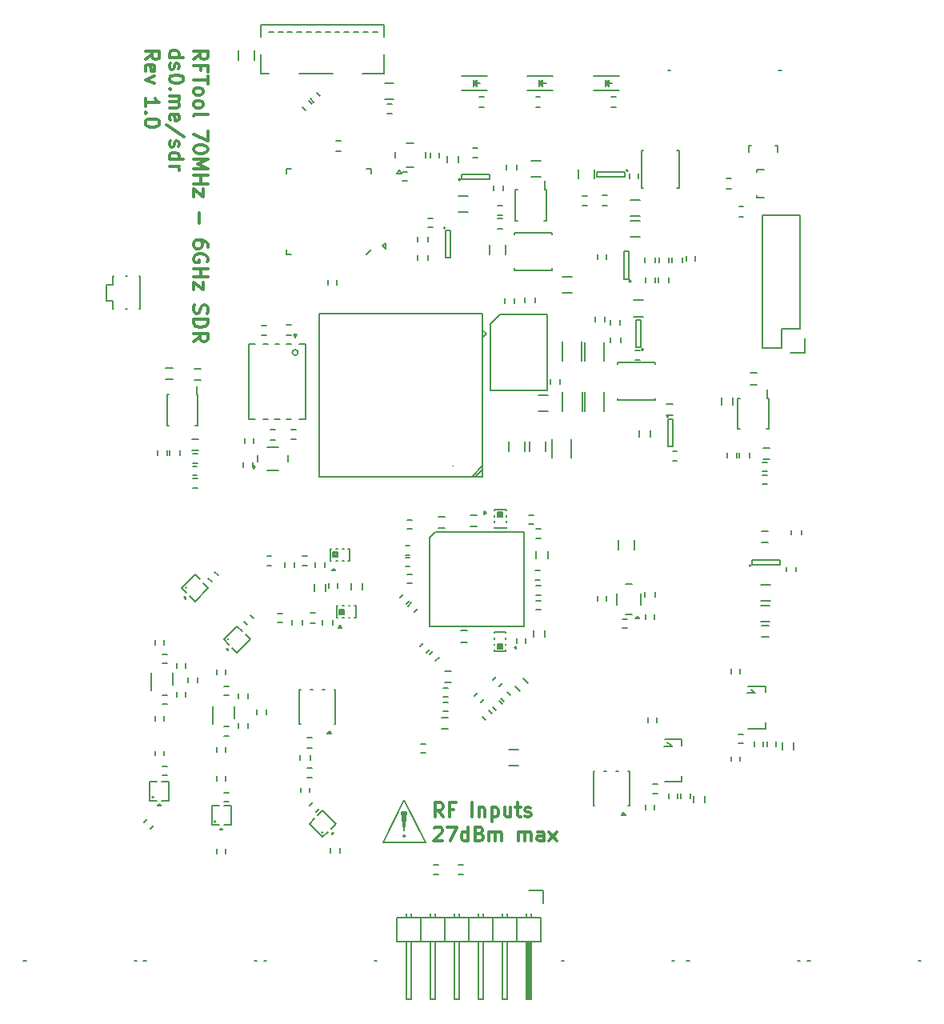
<source format=gto>
G04 #@! TF.FileFunction,Legend,Top*
%FSLAX46Y46*%
G04 Gerber Fmt 4.6, Leading zero omitted, Abs format (unit mm)*
G04 Created by KiCad (PCBNEW 4.0.4-stable) date Sun Nov  6 13:49:44 2016*
%MOMM*%
%LPD*%
G01*
G04 APERTURE LIST*
%ADD10C,0.100000*%
%ADD11C,0.200000*%
%ADD12C,0.300000*%
%ADD13C,0.150000*%
G04 APERTURE END LIST*
D10*
D11*
X67976903Y-130157233D02*
X67726902Y-130157233D01*
X67976903Y-130157233D02*
G75*
G03X67976903Y-130157233I-150000J0D01*
G01*
X67826903Y-128107233D02*
X67576903Y-127607233D01*
X68076903Y-127607233D02*
X67826903Y-128107233D01*
X68076903Y-127607233D02*
X67826903Y-129607232D01*
X67576903Y-127607233D02*
X68076903Y-127607233D01*
X67826903Y-129607232D02*
X67576903Y-127607233D01*
X67826903Y-127607233D02*
X67826903Y-129607232D01*
X67826903Y-126357233D02*
X70076904Y-130857233D01*
X65576903Y-130857233D02*
X67826903Y-126357233D01*
X70076904Y-130857233D02*
X65576903Y-130857233D01*
D12*
X71964286Y-128153571D02*
X71464286Y-127439286D01*
X71107143Y-128153571D02*
X71107143Y-126653571D01*
X71678571Y-126653571D01*
X71821429Y-126725000D01*
X71892857Y-126796429D01*
X71964286Y-126939286D01*
X71964286Y-127153571D01*
X71892857Y-127296429D01*
X71821429Y-127367857D01*
X71678571Y-127439286D01*
X71107143Y-127439286D01*
X73107143Y-127367857D02*
X72607143Y-127367857D01*
X72607143Y-128153571D02*
X72607143Y-126653571D01*
X73321429Y-126653571D01*
X75035714Y-128153571D02*
X75035714Y-126653571D01*
X75750000Y-127153571D02*
X75750000Y-128153571D01*
X75750000Y-127296429D02*
X75821428Y-127225000D01*
X75964286Y-127153571D01*
X76178571Y-127153571D01*
X76321428Y-127225000D01*
X76392857Y-127367857D01*
X76392857Y-128153571D01*
X77107143Y-127153571D02*
X77107143Y-128653571D01*
X77107143Y-127225000D02*
X77250000Y-127153571D01*
X77535714Y-127153571D01*
X77678571Y-127225000D01*
X77750000Y-127296429D01*
X77821429Y-127439286D01*
X77821429Y-127867857D01*
X77750000Y-128010714D01*
X77678571Y-128082143D01*
X77535714Y-128153571D01*
X77250000Y-128153571D01*
X77107143Y-128082143D01*
X79107143Y-127153571D02*
X79107143Y-128153571D01*
X78464286Y-127153571D02*
X78464286Y-127939286D01*
X78535714Y-128082143D01*
X78678572Y-128153571D01*
X78892857Y-128153571D01*
X79035714Y-128082143D01*
X79107143Y-128010714D01*
X79607143Y-127153571D02*
X80178572Y-127153571D01*
X79821429Y-126653571D02*
X79821429Y-127939286D01*
X79892857Y-128082143D01*
X80035715Y-128153571D01*
X80178572Y-128153571D01*
X80607143Y-128082143D02*
X80750000Y-128153571D01*
X81035715Y-128153571D01*
X81178572Y-128082143D01*
X81250000Y-127939286D01*
X81250000Y-127867857D01*
X81178572Y-127725000D01*
X81035715Y-127653571D01*
X80821429Y-127653571D01*
X80678572Y-127582143D01*
X80607143Y-127439286D01*
X80607143Y-127367857D01*
X80678572Y-127225000D01*
X80821429Y-127153571D01*
X81035715Y-127153571D01*
X81178572Y-127225000D01*
X71035714Y-129346429D02*
X71107143Y-129275000D01*
X71250000Y-129203571D01*
X71607143Y-129203571D01*
X71750000Y-129275000D01*
X71821429Y-129346429D01*
X71892857Y-129489286D01*
X71892857Y-129632143D01*
X71821429Y-129846429D01*
X70964286Y-130703571D01*
X71892857Y-130703571D01*
X72392857Y-129203571D02*
X73392857Y-129203571D01*
X72750000Y-130703571D01*
X74607142Y-130703571D02*
X74607142Y-129203571D01*
X74607142Y-130632143D02*
X74464285Y-130703571D01*
X74178571Y-130703571D01*
X74035713Y-130632143D01*
X73964285Y-130560714D01*
X73892856Y-130417857D01*
X73892856Y-129989286D01*
X73964285Y-129846429D01*
X74035713Y-129775000D01*
X74178571Y-129703571D01*
X74464285Y-129703571D01*
X74607142Y-129775000D01*
X75821428Y-129917857D02*
X76035714Y-129989286D01*
X76107142Y-130060714D01*
X76178571Y-130203571D01*
X76178571Y-130417857D01*
X76107142Y-130560714D01*
X76035714Y-130632143D01*
X75892856Y-130703571D01*
X75321428Y-130703571D01*
X75321428Y-129203571D01*
X75821428Y-129203571D01*
X75964285Y-129275000D01*
X76035714Y-129346429D01*
X76107142Y-129489286D01*
X76107142Y-129632143D01*
X76035714Y-129775000D01*
X75964285Y-129846429D01*
X75821428Y-129917857D01*
X75321428Y-129917857D01*
X76821428Y-130703571D02*
X76821428Y-129703571D01*
X76821428Y-129846429D02*
X76892856Y-129775000D01*
X77035714Y-129703571D01*
X77249999Y-129703571D01*
X77392856Y-129775000D01*
X77464285Y-129917857D01*
X77464285Y-130703571D01*
X77464285Y-129917857D02*
X77535714Y-129775000D01*
X77678571Y-129703571D01*
X77892856Y-129703571D01*
X78035714Y-129775000D01*
X78107142Y-129917857D01*
X78107142Y-130703571D01*
X79964285Y-130703571D02*
X79964285Y-129703571D01*
X79964285Y-129846429D02*
X80035713Y-129775000D01*
X80178571Y-129703571D01*
X80392856Y-129703571D01*
X80535713Y-129775000D01*
X80607142Y-129917857D01*
X80607142Y-130703571D01*
X80607142Y-129917857D02*
X80678571Y-129775000D01*
X80821428Y-129703571D01*
X81035713Y-129703571D01*
X81178571Y-129775000D01*
X81249999Y-129917857D01*
X81249999Y-130703571D01*
X82607142Y-130703571D02*
X82607142Y-129917857D01*
X82535713Y-129775000D01*
X82392856Y-129703571D01*
X82107142Y-129703571D01*
X81964285Y-129775000D01*
X82607142Y-130632143D02*
X82464285Y-130703571D01*
X82107142Y-130703571D01*
X81964285Y-130632143D01*
X81892856Y-130489286D01*
X81892856Y-130346429D01*
X81964285Y-130203571D01*
X82107142Y-130132143D01*
X82464285Y-130132143D01*
X82607142Y-130060714D01*
X83178571Y-130703571D02*
X83964285Y-129703571D01*
X83178571Y-129703571D02*
X83964285Y-130703571D01*
X45541429Y-47984286D02*
X46255714Y-47484286D01*
X45541429Y-47127143D02*
X47041429Y-47127143D01*
X47041429Y-47698571D01*
X46970000Y-47841429D01*
X46898571Y-47912857D01*
X46755714Y-47984286D01*
X46541429Y-47984286D01*
X46398571Y-47912857D01*
X46327143Y-47841429D01*
X46255714Y-47698571D01*
X46255714Y-47127143D01*
X46327143Y-49127143D02*
X46327143Y-48627143D01*
X45541429Y-48627143D02*
X47041429Y-48627143D01*
X47041429Y-49341429D01*
X47041429Y-49698571D02*
X47041429Y-50555714D01*
X45541429Y-50127143D02*
X47041429Y-50127143D01*
X45541429Y-51270000D02*
X45612857Y-51127142D01*
X45684286Y-51055714D01*
X45827143Y-50984285D01*
X46255714Y-50984285D01*
X46398571Y-51055714D01*
X46470000Y-51127142D01*
X46541429Y-51270000D01*
X46541429Y-51484285D01*
X46470000Y-51627142D01*
X46398571Y-51698571D01*
X46255714Y-51770000D01*
X45827143Y-51770000D01*
X45684286Y-51698571D01*
X45612857Y-51627142D01*
X45541429Y-51484285D01*
X45541429Y-51270000D01*
X45541429Y-52627143D02*
X45612857Y-52484285D01*
X45684286Y-52412857D01*
X45827143Y-52341428D01*
X46255714Y-52341428D01*
X46398571Y-52412857D01*
X46470000Y-52484285D01*
X46541429Y-52627143D01*
X46541429Y-52841428D01*
X46470000Y-52984285D01*
X46398571Y-53055714D01*
X46255714Y-53127143D01*
X45827143Y-53127143D01*
X45684286Y-53055714D01*
X45612857Y-52984285D01*
X45541429Y-52841428D01*
X45541429Y-52627143D01*
X45541429Y-53984286D02*
X45612857Y-53841428D01*
X45755714Y-53770000D01*
X47041429Y-53770000D01*
X47041429Y-55555714D02*
X47041429Y-56555714D01*
X45541429Y-55912857D01*
X47041429Y-57412856D02*
X47041429Y-57555713D01*
X46970000Y-57698570D01*
X46898571Y-57769999D01*
X46755714Y-57841428D01*
X46470000Y-57912856D01*
X46112857Y-57912856D01*
X45827143Y-57841428D01*
X45684286Y-57769999D01*
X45612857Y-57698570D01*
X45541429Y-57555713D01*
X45541429Y-57412856D01*
X45612857Y-57269999D01*
X45684286Y-57198570D01*
X45827143Y-57127142D01*
X46112857Y-57055713D01*
X46470000Y-57055713D01*
X46755714Y-57127142D01*
X46898571Y-57198570D01*
X46970000Y-57269999D01*
X47041429Y-57412856D01*
X45541429Y-58555713D02*
X47041429Y-58555713D01*
X45970000Y-59055713D01*
X47041429Y-59555713D01*
X45541429Y-59555713D01*
X45541429Y-60269999D02*
X47041429Y-60269999D01*
X46327143Y-60269999D02*
X46327143Y-61127142D01*
X45541429Y-61127142D02*
X47041429Y-61127142D01*
X46541429Y-61698571D02*
X46541429Y-62484285D01*
X45541429Y-61698571D01*
X45541429Y-62484285D01*
X46112857Y-64198571D02*
X46112857Y-65341428D01*
X47041429Y-67841428D02*
X47041429Y-67555714D01*
X46970000Y-67412857D01*
X46898571Y-67341428D01*
X46684286Y-67198571D01*
X46398571Y-67127142D01*
X45827143Y-67127142D01*
X45684286Y-67198571D01*
X45612857Y-67269999D01*
X45541429Y-67412857D01*
X45541429Y-67698571D01*
X45612857Y-67841428D01*
X45684286Y-67912857D01*
X45827143Y-67984285D01*
X46184286Y-67984285D01*
X46327143Y-67912857D01*
X46398571Y-67841428D01*
X46470000Y-67698571D01*
X46470000Y-67412857D01*
X46398571Y-67269999D01*
X46327143Y-67198571D01*
X46184286Y-67127142D01*
X46970000Y-69412856D02*
X47041429Y-69269999D01*
X47041429Y-69055713D01*
X46970000Y-68841428D01*
X46827143Y-68698570D01*
X46684286Y-68627142D01*
X46398571Y-68555713D01*
X46184286Y-68555713D01*
X45898571Y-68627142D01*
X45755714Y-68698570D01*
X45612857Y-68841428D01*
X45541429Y-69055713D01*
X45541429Y-69198570D01*
X45612857Y-69412856D01*
X45684286Y-69484285D01*
X46184286Y-69484285D01*
X46184286Y-69198570D01*
X45541429Y-70127142D02*
X47041429Y-70127142D01*
X46327143Y-70127142D02*
X46327143Y-70984285D01*
X45541429Y-70984285D02*
X47041429Y-70984285D01*
X46541429Y-71555714D02*
X46541429Y-72341428D01*
X45541429Y-71555714D01*
X45541429Y-72341428D01*
X45612857Y-73984285D02*
X45541429Y-74198571D01*
X45541429Y-74555714D01*
X45612857Y-74698571D01*
X45684286Y-74770000D01*
X45827143Y-74841428D01*
X45970000Y-74841428D01*
X46112857Y-74770000D01*
X46184286Y-74698571D01*
X46255714Y-74555714D01*
X46327143Y-74270000D01*
X46398571Y-74127142D01*
X46470000Y-74055714D01*
X46612857Y-73984285D01*
X46755714Y-73984285D01*
X46898571Y-74055714D01*
X46970000Y-74127142D01*
X47041429Y-74270000D01*
X47041429Y-74627142D01*
X46970000Y-74841428D01*
X45541429Y-75484285D02*
X47041429Y-75484285D01*
X47041429Y-75841428D01*
X46970000Y-76055713D01*
X46827143Y-76198571D01*
X46684286Y-76269999D01*
X46398571Y-76341428D01*
X46184286Y-76341428D01*
X45898571Y-76269999D01*
X45755714Y-76198571D01*
X45612857Y-76055713D01*
X45541429Y-75841428D01*
X45541429Y-75484285D01*
X45541429Y-77841428D02*
X46255714Y-77341428D01*
X45541429Y-76984285D02*
X47041429Y-76984285D01*
X47041429Y-77555713D01*
X46970000Y-77698571D01*
X46898571Y-77769999D01*
X46755714Y-77841428D01*
X46541429Y-77841428D01*
X46398571Y-77769999D01*
X46327143Y-77698571D01*
X46255714Y-77555713D01*
X46255714Y-76984285D01*
X42991429Y-47770000D02*
X44491429Y-47770000D01*
X43062857Y-47770000D02*
X42991429Y-47627143D01*
X42991429Y-47341429D01*
X43062857Y-47198571D01*
X43134286Y-47127143D01*
X43277143Y-47055714D01*
X43705714Y-47055714D01*
X43848571Y-47127143D01*
X43920000Y-47198571D01*
X43991429Y-47341429D01*
X43991429Y-47627143D01*
X43920000Y-47770000D01*
X43062857Y-48412857D02*
X42991429Y-48555714D01*
X42991429Y-48841429D01*
X43062857Y-48984286D01*
X43205714Y-49055714D01*
X43277143Y-49055714D01*
X43420000Y-48984286D01*
X43491429Y-48841429D01*
X43491429Y-48627143D01*
X43562857Y-48484286D01*
X43705714Y-48412857D01*
X43777143Y-48412857D01*
X43920000Y-48484286D01*
X43991429Y-48627143D01*
X43991429Y-48841429D01*
X43920000Y-48984286D01*
X44491429Y-49984286D02*
X44491429Y-50127143D01*
X44420000Y-50270000D01*
X44348571Y-50341429D01*
X44205714Y-50412858D01*
X43920000Y-50484286D01*
X43562857Y-50484286D01*
X43277143Y-50412858D01*
X43134286Y-50341429D01*
X43062857Y-50270000D01*
X42991429Y-50127143D01*
X42991429Y-49984286D01*
X43062857Y-49841429D01*
X43134286Y-49770000D01*
X43277143Y-49698572D01*
X43562857Y-49627143D01*
X43920000Y-49627143D01*
X44205714Y-49698572D01*
X44348571Y-49770000D01*
X44420000Y-49841429D01*
X44491429Y-49984286D01*
X43134286Y-51127143D02*
X43062857Y-51198571D01*
X42991429Y-51127143D01*
X43062857Y-51055714D01*
X43134286Y-51127143D01*
X42991429Y-51127143D01*
X42991429Y-51841429D02*
X43991429Y-51841429D01*
X43848571Y-51841429D02*
X43920000Y-51912857D01*
X43991429Y-52055715D01*
X43991429Y-52270000D01*
X43920000Y-52412857D01*
X43777143Y-52484286D01*
X42991429Y-52484286D01*
X43777143Y-52484286D02*
X43920000Y-52555715D01*
X43991429Y-52698572D01*
X43991429Y-52912857D01*
X43920000Y-53055715D01*
X43777143Y-53127143D01*
X42991429Y-53127143D01*
X43062857Y-54412857D02*
X42991429Y-54270000D01*
X42991429Y-53984286D01*
X43062857Y-53841429D01*
X43205714Y-53770000D01*
X43777143Y-53770000D01*
X43920000Y-53841429D01*
X43991429Y-53984286D01*
X43991429Y-54270000D01*
X43920000Y-54412857D01*
X43777143Y-54484286D01*
X43634286Y-54484286D01*
X43491429Y-53770000D01*
X44562857Y-56198571D02*
X42634286Y-54912857D01*
X43062857Y-56627143D02*
X42991429Y-56770000D01*
X42991429Y-57055715D01*
X43062857Y-57198572D01*
X43205714Y-57270000D01*
X43277143Y-57270000D01*
X43420000Y-57198572D01*
X43491429Y-57055715D01*
X43491429Y-56841429D01*
X43562857Y-56698572D01*
X43705714Y-56627143D01*
X43777143Y-56627143D01*
X43920000Y-56698572D01*
X43991429Y-56841429D01*
X43991429Y-57055715D01*
X43920000Y-57198572D01*
X42991429Y-58555715D02*
X44491429Y-58555715D01*
X43062857Y-58555715D02*
X42991429Y-58412858D01*
X42991429Y-58127144D01*
X43062857Y-57984286D01*
X43134286Y-57912858D01*
X43277143Y-57841429D01*
X43705714Y-57841429D01*
X43848571Y-57912858D01*
X43920000Y-57984286D01*
X43991429Y-58127144D01*
X43991429Y-58412858D01*
X43920000Y-58555715D01*
X42991429Y-59270001D02*
X43991429Y-59270001D01*
X43705714Y-59270001D02*
X43848571Y-59341429D01*
X43920000Y-59412858D01*
X43991429Y-59555715D01*
X43991429Y-59698572D01*
X40441429Y-47984286D02*
X41155714Y-47484286D01*
X40441429Y-47127143D02*
X41941429Y-47127143D01*
X41941429Y-47698571D01*
X41870000Y-47841429D01*
X41798571Y-47912857D01*
X41655714Y-47984286D01*
X41441429Y-47984286D01*
X41298571Y-47912857D01*
X41227143Y-47841429D01*
X41155714Y-47698571D01*
X41155714Y-47127143D01*
X40512857Y-49198571D02*
X40441429Y-49055714D01*
X40441429Y-48770000D01*
X40512857Y-48627143D01*
X40655714Y-48555714D01*
X41227143Y-48555714D01*
X41370000Y-48627143D01*
X41441429Y-48770000D01*
X41441429Y-49055714D01*
X41370000Y-49198571D01*
X41227143Y-49270000D01*
X41084286Y-49270000D01*
X40941429Y-48555714D01*
X41441429Y-49770000D02*
X40441429Y-50127143D01*
X41441429Y-50484285D01*
X40441429Y-52984285D02*
X40441429Y-52127142D01*
X40441429Y-52555714D02*
X41941429Y-52555714D01*
X41727143Y-52412857D01*
X41584286Y-52269999D01*
X41512857Y-52127142D01*
X40584286Y-53627142D02*
X40512857Y-53698570D01*
X40441429Y-53627142D01*
X40512857Y-53555713D01*
X40584286Y-53627142D01*
X40441429Y-53627142D01*
X41941429Y-54627142D02*
X41941429Y-54769999D01*
X41870000Y-54912856D01*
X41798571Y-54984285D01*
X41655714Y-55055714D01*
X41370000Y-55127142D01*
X41012857Y-55127142D01*
X40727143Y-55055714D01*
X40584286Y-54984285D01*
X40512857Y-54912856D01*
X40441429Y-54769999D01*
X40441429Y-54627142D01*
X40512857Y-54484285D01*
X40584286Y-54412856D01*
X40727143Y-54341428D01*
X41012857Y-54269999D01*
X41370000Y-54269999D01*
X41655714Y-54341428D01*
X41798571Y-54412856D01*
X41870000Y-54484285D01*
X41941429Y-54627142D01*
D13*
X107129160Y-57109760D02*
X107080900Y-57109760D01*
X104330180Y-57810800D02*
X104330180Y-57109760D01*
X104330180Y-57109760D02*
X104579100Y-57109760D01*
X107129160Y-57109760D02*
X107329820Y-57109760D01*
X107329820Y-57109760D02*
X107329820Y-57810800D01*
X58189810Y-126618439D02*
X57836257Y-126971992D01*
X58508008Y-127643743D02*
X58861561Y-127290190D01*
X45360000Y-88150000D02*
X46060000Y-88150000D01*
X46060000Y-89350000D02*
X45360000Y-89350000D01*
X71100000Y-98000000D02*
X70500000Y-98600000D01*
X70500000Y-98600000D02*
X70500000Y-108000000D01*
X70500000Y-108000000D02*
X80500000Y-108000000D01*
X80500000Y-108000000D02*
X80500000Y-98000000D01*
X80500000Y-98000000D02*
X71100000Y-98000000D01*
X80675000Y-109750000D02*
X80675000Y-109250000D01*
X79725000Y-109250000D02*
X79725000Y-109750000D01*
X59540000Y-103540000D02*
X59540000Y-104240000D01*
X58340000Y-104240000D02*
X58340000Y-103540000D01*
X95699340Y-120300080D02*
X95999060Y-120549000D01*
X95999060Y-120549000D02*
X96148920Y-120650600D01*
X96148920Y-120650600D02*
X95300560Y-120650600D01*
X97200480Y-119949560D02*
X95399620Y-119949560D01*
X97200480Y-119949560D02*
X97200480Y-120599800D01*
X97200480Y-124450440D02*
X95399620Y-124450440D01*
X97200480Y-124450440D02*
X97200480Y-123800200D01*
X45960000Y-89735000D02*
X45460000Y-89735000D01*
X45460000Y-90685000D02*
X45960000Y-90685000D01*
X96035000Y-49150000D02*
X95781000Y-49150000D01*
X107465000Y-49150000D02*
X107782500Y-49150000D01*
X109465000Y-143350000D02*
X109719000Y-143350000D01*
X98035000Y-143350000D02*
X97717500Y-143350000D01*
X39265000Y-143350000D02*
X39519000Y-143350000D01*
X27835000Y-143350000D02*
X27517500Y-143350000D01*
X54000000Y-45050000D02*
X53500000Y-45050000D01*
X55000000Y-45050000D02*
X54500000Y-45050000D01*
X56000000Y-45050000D02*
X55500000Y-45050000D01*
X57000000Y-45050000D02*
X56500000Y-45050000D01*
X58000000Y-45050000D02*
X57500000Y-45050000D01*
X59000000Y-45050000D02*
X58500000Y-45050000D01*
X60000000Y-45050000D02*
X59500000Y-45050000D01*
X61000000Y-45050000D02*
X60500000Y-45050000D01*
X62000000Y-45050000D02*
X61500000Y-45050000D01*
X63000000Y-45050000D02*
X62500000Y-45050000D01*
X64000000Y-45050000D02*
X63500000Y-45050000D01*
X65000000Y-45050000D02*
X64500000Y-45050000D01*
X65675000Y-49500000D02*
X65675000Y-47450000D01*
X63450000Y-49500000D02*
X65675000Y-49500000D01*
X56750000Y-49500000D02*
X60250000Y-49500000D01*
X52675000Y-47450000D02*
X52675000Y-49500000D01*
X52675000Y-49500000D02*
X53550000Y-49500000D01*
X65675000Y-45500000D02*
X65675000Y-45550000D01*
X52675000Y-44350000D02*
X52675000Y-45550000D01*
X65675000Y-45050000D02*
X65675000Y-44350000D01*
X65675000Y-44350000D02*
X52725000Y-44350000D01*
X52725000Y-44350000D02*
X52675000Y-44350000D01*
X65675000Y-45050000D02*
X65675000Y-45500000D01*
X85515000Y-90160000D02*
X85515000Y-88160000D01*
X83465000Y-88160000D02*
X83465000Y-90160000D01*
X82550000Y-135950000D02*
X81000000Y-135950000D01*
X82550000Y-137250000D02*
X82550000Y-135950000D01*
X81127000Y-141441000D02*
X81127000Y-147283000D01*
X81127000Y-147283000D02*
X80873000Y-147283000D01*
X80873000Y-147283000D02*
X80873000Y-141441000D01*
X80873000Y-141441000D02*
X81000000Y-141441000D01*
X81000000Y-141441000D02*
X81000000Y-147283000D01*
X81254000Y-138774000D02*
X81254000Y-138393000D01*
X80746000Y-138774000D02*
X80746000Y-138393000D01*
X78714000Y-138774000D02*
X78714000Y-138393000D01*
X78206000Y-138774000D02*
X78206000Y-138393000D01*
X76174000Y-138774000D02*
X76174000Y-138393000D01*
X75666000Y-138774000D02*
X75666000Y-138393000D01*
X68046000Y-138774000D02*
X68046000Y-138393000D01*
X68554000Y-138774000D02*
X68554000Y-138393000D01*
X70586000Y-138774000D02*
X70586000Y-138393000D01*
X71094000Y-138774000D02*
X71094000Y-138393000D01*
X73126000Y-138774000D02*
X73126000Y-138393000D01*
X73634000Y-138774000D02*
X73634000Y-138393000D01*
X82270000Y-138774000D02*
X82270000Y-141314000D01*
X79730000Y-138774000D02*
X79730000Y-141314000D01*
X79730000Y-138774000D02*
X77190000Y-138774000D01*
X77190000Y-138774000D02*
X77190000Y-141314000D01*
X78714000Y-141314000D02*
X78714000Y-147410000D01*
X78714000Y-147410000D02*
X78206000Y-147410000D01*
X78206000Y-147410000D02*
X78206000Y-141314000D01*
X77190000Y-141314000D02*
X79730000Y-141314000D01*
X79730000Y-141314000D02*
X82270000Y-141314000D01*
X80746000Y-147410000D02*
X80746000Y-141314000D01*
X81254000Y-147410000D02*
X80746000Y-147410000D01*
X81254000Y-141314000D02*
X81254000Y-147410000D01*
X79730000Y-138774000D02*
X79730000Y-141314000D01*
X82270000Y-138774000D02*
X79730000Y-138774000D01*
X72110000Y-138774000D02*
X72110000Y-141314000D01*
X72110000Y-138774000D02*
X69570000Y-138774000D01*
X69570000Y-138774000D02*
X69570000Y-141314000D01*
X71094000Y-141314000D02*
X71094000Y-147410000D01*
X71094000Y-147410000D02*
X70586000Y-147410000D01*
X70586000Y-147410000D02*
X70586000Y-141314000D01*
X69570000Y-141314000D02*
X72110000Y-141314000D01*
X67030000Y-141314000D02*
X69570000Y-141314000D01*
X68046000Y-147410000D02*
X68046000Y-141314000D01*
X68554000Y-147410000D02*
X68046000Y-147410000D01*
X68554000Y-141314000D02*
X68554000Y-147410000D01*
X67030000Y-138774000D02*
X67030000Y-141314000D01*
X69570000Y-138774000D02*
X67030000Y-138774000D01*
X69570000Y-138774000D02*
X69570000Y-141314000D01*
X74650000Y-138774000D02*
X74650000Y-141314000D01*
X74650000Y-138774000D02*
X72110000Y-138774000D01*
X72110000Y-138774000D02*
X72110000Y-141314000D01*
X73634000Y-141314000D02*
X73634000Y-147410000D01*
X73634000Y-147410000D02*
X73126000Y-147410000D01*
X73126000Y-147410000D02*
X73126000Y-141314000D01*
X72110000Y-141314000D02*
X74650000Y-141314000D01*
X74650000Y-141314000D02*
X77190000Y-141314000D01*
X75666000Y-147410000D02*
X75666000Y-141314000D01*
X76174000Y-147410000D02*
X75666000Y-147410000D01*
X76174000Y-141314000D02*
X76174000Y-147410000D01*
X74650000Y-138774000D02*
X74650000Y-141314000D01*
X77190000Y-138774000D02*
X74650000Y-138774000D01*
X77190000Y-138774000D02*
X77190000Y-141314000D01*
X60055000Y-131470000D02*
X60055000Y-131970000D01*
X61005000Y-131970000D02*
X61005000Y-131470000D01*
X48965000Y-132020000D02*
X48965000Y-131520000D01*
X48015000Y-131520000D02*
X48015000Y-132020000D01*
X94300000Y-127400000D02*
X94300000Y-126900000D01*
X93350000Y-126900000D02*
X93350000Y-127400000D01*
X96800000Y-126200000D02*
X96800000Y-125700000D01*
X95850000Y-125700000D02*
X95850000Y-126200000D01*
X98100000Y-126200000D02*
X98100000Y-125700000D01*
X97150000Y-125700000D02*
X97150000Y-126200000D01*
X48975000Y-124320000D02*
X48975000Y-123820000D01*
X48025000Y-123820000D02*
X48025000Y-124320000D01*
X57825000Y-125550000D02*
X57825000Y-125050000D01*
X56875000Y-125050000D02*
X56875000Y-125550000D01*
X99650000Y-125900000D02*
X99650000Y-126600000D01*
X98450000Y-126600000D02*
X98450000Y-125900000D01*
X94575000Y-118150000D02*
X94575000Y-117650000D01*
X93625000Y-117650000D02*
X93625000Y-118150000D01*
X50325000Y-118270000D02*
X50325000Y-118770000D01*
X51275000Y-118770000D02*
X51275000Y-118270000D01*
X78212652Y-116190901D02*
X77859099Y-115837348D01*
X77187348Y-116509099D02*
X77540901Y-116862652D01*
X79062652Y-115290901D02*
X78709099Y-114937348D01*
X78037348Y-115609099D02*
X78390901Y-115962652D01*
X71970000Y-116945000D02*
X72470000Y-116945000D01*
X72470000Y-115995000D02*
X71970000Y-115995000D01*
X79950000Y-121050000D02*
X78950000Y-121050000D01*
X78950000Y-122750000D02*
X79950000Y-122750000D01*
X80476777Y-113528249D02*
X80971751Y-114023223D01*
X80123223Y-114871751D02*
X79628249Y-114376777D01*
X72470000Y-118800000D02*
X71770000Y-118800000D01*
X71770000Y-117600000D02*
X72470000Y-117600000D01*
X51275000Y-115620000D02*
X51275000Y-115120000D01*
X50325000Y-115120000D02*
X50325000Y-115620000D01*
X70209099Y-110812652D02*
X70562652Y-110459099D01*
X69890901Y-109787348D02*
X69537348Y-110140901D01*
X71159099Y-111662652D02*
X71512652Y-111309099D01*
X70840901Y-110637348D02*
X70487348Y-110990901D01*
X77112652Y-117240901D02*
X76759099Y-116887348D01*
X76087348Y-117559099D02*
X76440901Y-117912652D01*
X48025000Y-112570000D02*
X48025000Y-113070000D01*
X48975000Y-113070000D02*
X48975000Y-112570000D01*
X54450000Y-107575000D02*
X54950000Y-107575000D01*
X54950000Y-106625000D02*
X54450000Y-106625000D01*
X68070190Y-105651561D02*
X68423743Y-105298008D01*
X67751992Y-104626257D02*
X67398439Y-104979810D01*
X68920190Y-106501561D02*
X69273743Y-106148008D01*
X68601992Y-105476257D02*
X68248439Y-105829810D01*
X81320000Y-60380000D02*
X82320000Y-60380000D01*
X82320000Y-58680000D02*
X81320000Y-58680000D01*
X87960000Y-60600000D02*
X87960000Y-59600000D01*
X86260000Y-59600000D02*
X86260000Y-60600000D01*
X73550000Y-58210000D02*
X73550000Y-58910000D01*
X72350000Y-58910000D02*
X72350000Y-58210000D01*
X91685000Y-60050000D02*
X91685000Y-60550000D01*
X92635000Y-60550000D02*
X92635000Y-60050000D01*
X92810000Y-78805000D02*
X92310000Y-78805000D01*
X92310000Y-79755000D02*
X92810000Y-79755000D01*
X74610000Y-62470000D02*
X73610000Y-62470000D01*
X73610000Y-64170000D02*
X74610000Y-64170000D01*
X78600000Y-68640000D02*
X78600000Y-67640000D01*
X76900000Y-67640000D02*
X76900000Y-68640000D01*
X91770000Y-64540000D02*
X92770000Y-64540000D01*
X92770000Y-62840000D02*
X91770000Y-62840000D01*
X84605000Y-77880000D02*
X84605000Y-79880000D01*
X86655000Y-79880000D02*
X86655000Y-77880000D01*
X91810000Y-66720000D02*
X92810000Y-66720000D01*
X92810000Y-65020000D02*
X91810000Y-65020000D01*
X86945000Y-77890000D02*
X86945000Y-79890000D01*
X88995000Y-79890000D02*
X88995000Y-77890000D01*
X92710000Y-87930000D02*
X92710000Y-87230000D01*
X93910000Y-87230000D02*
X93910000Y-87930000D01*
X46300000Y-81890000D02*
X45600000Y-81890000D01*
X45600000Y-80690000D02*
X46300000Y-80690000D01*
X105170000Y-82380000D02*
X104470000Y-82380000D01*
X104470000Y-81180000D02*
X105170000Y-81180000D01*
X102660000Y-83810000D02*
X102660000Y-84510000D01*
X101460000Y-84510000D02*
X101460000Y-83810000D01*
X42610000Y-80660000D02*
X43310000Y-80660000D01*
X43310000Y-81860000D02*
X42610000Y-81860000D01*
X96230000Y-90425000D02*
X96730000Y-90425000D01*
X96730000Y-89475000D02*
X96230000Y-89475000D01*
X96280000Y-85630000D02*
X95580000Y-85630000D01*
X95580000Y-84430000D02*
X96280000Y-84430000D01*
X70400000Y-65765000D02*
X70900000Y-65765000D01*
X70900000Y-64815000D02*
X70400000Y-64815000D01*
X105840000Y-89070000D02*
X106540000Y-89070000D01*
X106540000Y-90270000D02*
X105840000Y-90270000D01*
X45930000Y-91055000D02*
X45430000Y-91055000D01*
X45430000Y-92005000D02*
X45930000Y-92005000D01*
X106240000Y-90625000D02*
X105740000Y-90625000D01*
X105740000Y-91575000D02*
X106240000Y-91575000D01*
X45940000Y-92355000D02*
X45440000Y-92355000D01*
X45440000Y-93305000D02*
X45940000Y-93305000D01*
X106240000Y-92005000D02*
X105740000Y-92005000D01*
X105740000Y-92955000D02*
X106240000Y-92955000D01*
X106550000Y-105780000D02*
X105550000Y-105780000D01*
X105550000Y-107480000D02*
X106550000Y-107480000D01*
X71990000Y-115445000D02*
X72490000Y-115445000D01*
X72490000Y-114495000D02*
X71990000Y-114495000D01*
X106610000Y-103590000D02*
X105610000Y-103590000D01*
X105610000Y-105290000D02*
X106610000Y-105290000D01*
X60775000Y-103920000D02*
X60775000Y-103420000D01*
X59825000Y-103420000D02*
X59825000Y-103920000D01*
X68150000Y-97685000D02*
X68650000Y-97685000D01*
X68650000Y-96735000D02*
X68150000Y-96735000D01*
X105700000Y-107880000D02*
X106400000Y-107880000D01*
X106400000Y-109080000D02*
X105700000Y-109080000D01*
X91450000Y-107245000D02*
X90950000Y-107245000D01*
X90950000Y-108195000D02*
X91450000Y-108195000D01*
X94335000Y-107190000D02*
X94335000Y-106690000D01*
X93385000Y-106690000D02*
X93385000Y-107190000D01*
X88305000Y-104780000D02*
X88305000Y-105280000D01*
X89255000Y-105280000D02*
X89255000Y-104780000D01*
X63450000Y-103430000D02*
X63450000Y-104130000D01*
X62250000Y-104130000D02*
X62250000Y-103430000D01*
X73840000Y-108450000D02*
X74540000Y-108450000D01*
X74540000Y-109650000D02*
X73840000Y-109650000D01*
X82270000Y-105245000D02*
X81770000Y-105245000D01*
X81770000Y-106195000D02*
X82270000Y-106195000D01*
X82260000Y-103705000D02*
X81760000Y-103705000D01*
X81760000Y-104655000D02*
X82260000Y-104655000D01*
X83020000Y-100050000D02*
X83020000Y-100750000D01*
X81820000Y-100750000D02*
X81820000Y-100050000D01*
X68200000Y-103425000D02*
X68700000Y-103425000D01*
X68700000Y-102475000D02*
X68200000Y-102475000D01*
X81560000Y-96215000D02*
X81060000Y-96215000D01*
X81060000Y-97165000D02*
X81560000Y-97165000D01*
X72160000Y-97570000D02*
X71460000Y-97570000D01*
X71460000Y-96370000D02*
X72160000Y-96370000D01*
X75510000Y-97420000D02*
X74810000Y-97420000D01*
X74810000Y-96220000D02*
X75510000Y-96220000D01*
X82220000Y-102095000D02*
X81720000Y-102095000D01*
X81720000Y-103045000D02*
X82220000Y-103045000D01*
X66570000Y-52725000D02*
X66070000Y-52725000D01*
X66070000Y-53675000D02*
X66570000Y-53675000D01*
X57076257Y-52998008D02*
X57429810Y-53351561D01*
X58101561Y-52679810D02*
X57748008Y-52326257D01*
X68180000Y-59885000D02*
X67680000Y-59885000D01*
X67680000Y-60835000D02*
X68180000Y-60835000D01*
X57926257Y-52148008D02*
X58279810Y-52501561D01*
X58951561Y-51829810D02*
X58598008Y-51476257D01*
X60745000Y-71820000D02*
X60745000Y-71320000D01*
X59795000Y-71320000D02*
X59795000Y-71820000D01*
X71545000Y-58370000D02*
X71545000Y-57870000D01*
X70595000Y-57870000D02*
X70595000Y-58370000D01*
X51895000Y-88600000D02*
X51895000Y-88100000D01*
X50945000Y-88100000D02*
X50945000Y-88600000D01*
X85570000Y-70960000D02*
X84570000Y-70960000D01*
X84570000Y-72660000D02*
X85570000Y-72660000D01*
X88965000Y-85200000D02*
X88965000Y-83200000D01*
X86915000Y-83200000D02*
X86915000Y-85200000D01*
X86665000Y-85200000D02*
X86665000Y-83200000D01*
X84615000Y-83200000D02*
X84615000Y-85200000D01*
X82040000Y-85220000D02*
X83040000Y-85220000D01*
X83040000Y-83520000D02*
X82040000Y-83520000D01*
X82820000Y-89450000D02*
X82820000Y-88450000D01*
X81120000Y-88450000D02*
X81120000Y-89450000D01*
X80630000Y-89450000D02*
X80630000Y-88450000D01*
X78930000Y-88450000D02*
X78930000Y-89450000D01*
X97695000Y-68760000D02*
X97695000Y-69260000D01*
X98645000Y-69260000D02*
X98645000Y-68760000D01*
X88275000Y-68590000D02*
X88275000Y-69090000D01*
X89225000Y-69090000D02*
X89225000Y-68590000D01*
X73900000Y-51250000D02*
X76600000Y-51250000D01*
X73900000Y-49750000D02*
X76600000Y-49750000D01*
X75400000Y-50650000D02*
X75400000Y-50400000D01*
X75400000Y-50400000D02*
X75250000Y-50550000D01*
X75150000Y-50150000D02*
X75150000Y-50850000D01*
X75500000Y-50500000D02*
X75850000Y-50500000D01*
X75150000Y-50500000D02*
X75500000Y-50150000D01*
X75500000Y-50150000D02*
X75500000Y-50850000D01*
X75500000Y-50850000D02*
X75150000Y-50500000D01*
X80900000Y-51250000D02*
X83600000Y-51250000D01*
X80900000Y-49750000D02*
X83600000Y-49750000D01*
X82400000Y-50650000D02*
X82400000Y-50400000D01*
X82400000Y-50400000D02*
X82250000Y-50550000D01*
X82150000Y-50150000D02*
X82150000Y-50850000D01*
X82500000Y-50500000D02*
X82850000Y-50500000D01*
X82150000Y-50500000D02*
X82500000Y-50150000D01*
X82500000Y-50150000D02*
X82500000Y-50850000D01*
X82500000Y-50850000D02*
X82150000Y-50500000D01*
X87900000Y-51250000D02*
X90600000Y-51250000D01*
X87900000Y-49750000D02*
X90600000Y-49750000D01*
X89400000Y-50650000D02*
X89400000Y-50400000D01*
X89400000Y-50400000D02*
X89250000Y-50550000D01*
X89150000Y-50150000D02*
X89150000Y-50850000D01*
X89500000Y-50500000D02*
X89850000Y-50500000D01*
X89150000Y-50500000D02*
X89500000Y-50150000D01*
X89500000Y-50150000D02*
X89500000Y-50850000D01*
X89500000Y-50850000D02*
X89150000Y-50500000D01*
X47860711Y-128640000D02*
G75*
G03X47860711Y-128640000I-70711J0D01*
G01*
X48490000Y-129340000D02*
X48340000Y-129490000D01*
X48340000Y-129490000D02*
X48640000Y-129490000D01*
X48640000Y-129490000D02*
X48490000Y-129340000D01*
X48740000Y-126990000D02*
X49490000Y-126990000D01*
X49490000Y-126990000D02*
X49490000Y-128990000D01*
X49490000Y-128990000D02*
X48740000Y-128990000D01*
X48240000Y-128990000D02*
X47490000Y-128990000D01*
X47490000Y-128990000D02*
X47490000Y-126990000D01*
X47490000Y-126990000D02*
X48240000Y-126990000D01*
X59245356Y-129814594D02*
G75*
G03X59245356Y-129814594I-70711J0D01*
G01*
X60164594Y-129814594D02*
X60164594Y-130026726D01*
X60164594Y-130026726D02*
X60376726Y-129814594D01*
X60376726Y-129814594D02*
X60164594Y-129814594D01*
X58679670Y-127976117D02*
X59210000Y-127445786D01*
X59210000Y-127445786D02*
X60624214Y-128860000D01*
X60624214Y-128860000D02*
X60093883Y-129390330D01*
X59740330Y-129743883D02*
X59210000Y-130274214D01*
X59210000Y-130274214D02*
X57795786Y-128860000D01*
X57795786Y-128860000D02*
X58326117Y-128329670D01*
X49266117Y-109344645D02*
G75*
G03X49266117Y-109344645I-70711J0D01*
G01*
X49195406Y-110334594D02*
X48983274Y-110334594D01*
X48983274Y-110334594D02*
X49195406Y-110546726D01*
X49195406Y-110546726D02*
X49195406Y-110334594D01*
X51033883Y-108849670D02*
X51564214Y-109380000D01*
X51564214Y-109380000D02*
X50150000Y-110794214D01*
X50150000Y-110794214D02*
X49619670Y-110263883D01*
X49266117Y-109910330D02*
X48735786Y-109380000D01*
X48735786Y-109380000D02*
X50150000Y-107965786D01*
X50150000Y-107965786D02*
X50680330Y-108496117D01*
X94675000Y-124700000D02*
X94175000Y-124700000D01*
X94175000Y-125650000D02*
X94675000Y-125650000D01*
X49290000Y-125585000D02*
X48790000Y-125585000D01*
X48790000Y-126535000D02*
X49290000Y-126535000D01*
X48025000Y-120800000D02*
X48025000Y-121300000D01*
X48975000Y-121300000D02*
X48975000Y-120800000D01*
X49300000Y-118595000D02*
X48800000Y-118595000D01*
X48800000Y-119545000D02*
X49300000Y-119545000D01*
X77859099Y-114312652D02*
X78212652Y-113959099D01*
X77540901Y-113287348D02*
X77187348Y-113640901D01*
X75640901Y-114987348D02*
X75287348Y-115340901D01*
X75959099Y-116012652D02*
X76312652Y-115659099D01*
X48800000Y-115295000D02*
X49300000Y-115295000D01*
X49300000Y-114345000D02*
X48800000Y-114345000D01*
X50887348Y-107459099D02*
X51240901Y-107812652D01*
X51912652Y-107140901D02*
X51559099Y-106787348D01*
X79520000Y-66490000D02*
X79520000Y-66290000D01*
X79520000Y-66290000D02*
X83520000Y-66290000D01*
X83520000Y-66290000D02*
X83520000Y-66490000D01*
X79520000Y-70290000D02*
X79520000Y-70090000D01*
X79520000Y-70290000D02*
X83520000Y-70290000D01*
X83520000Y-70290000D02*
X83520000Y-70090000D01*
X93130000Y-61600000D02*
X92930000Y-61600000D01*
X92930000Y-61600000D02*
X92930000Y-57600000D01*
X92930000Y-57600000D02*
X93130000Y-57600000D01*
X96930000Y-61600000D02*
X96730000Y-61600000D01*
X96930000Y-61600000D02*
X96930000Y-57600000D01*
X96930000Y-57600000D02*
X96730000Y-57600000D01*
X90420000Y-80250000D02*
X90420000Y-80050000D01*
X90420000Y-80050000D02*
X94420000Y-80050000D01*
X94420000Y-80050000D02*
X94420000Y-80250000D01*
X90420000Y-84050000D02*
X90420000Y-83850000D01*
X90420000Y-84050000D02*
X94420000Y-84050000D01*
X94420000Y-84050000D02*
X94420000Y-83850000D01*
X92200000Y-99850000D02*
X92200000Y-98850000D01*
X90500000Y-98850000D02*
X90500000Y-99850000D01*
X52000000Y-48030000D02*
X52000000Y-47030000D01*
X50300000Y-47030000D02*
X50300000Y-48030000D01*
X66750000Y-50480000D02*
X65750000Y-50480000D01*
X65750000Y-52180000D02*
X66750000Y-52180000D01*
X109750000Y-76500000D02*
X107750000Y-76500000D01*
X107750000Y-76500000D02*
X107750000Y-78500000D01*
X107750000Y-78500000D02*
X105750000Y-78500000D01*
X105750000Y-78500000D02*
X105750000Y-76500000D01*
X105750000Y-76500000D02*
X105750000Y-64500000D01*
X105750000Y-64500000D02*
X109750000Y-64500000D01*
X109750000Y-64500000D02*
X109750000Y-76500000D01*
X110250000Y-77500000D02*
X110250000Y-79000000D01*
X110250000Y-79000000D02*
X108750000Y-79000000D01*
X105199760Y-59840840D02*
X105199760Y-59889100D01*
X105900800Y-62639820D02*
X105199760Y-62639820D01*
X105199760Y-62639820D02*
X105199760Y-62390900D01*
X105199760Y-59840840D02*
X105199760Y-59640180D01*
X105199760Y-59640180D02*
X105900800Y-59640180D01*
X76250000Y-51975000D02*
X75750000Y-51975000D01*
X75750000Y-53025000D02*
X76250000Y-53025000D01*
X82250000Y-51975000D02*
X81750000Y-51975000D01*
X81750000Y-53025000D02*
X82250000Y-53025000D01*
X90250000Y-51975000D02*
X89750000Y-51975000D01*
X89750000Y-53025000D02*
X90250000Y-53025000D01*
X53275000Y-117300000D02*
X53275000Y-116800000D01*
X52225000Y-116800000D02*
X52225000Y-117300000D01*
X75630000Y-57315000D02*
X75130000Y-57315000D01*
X75130000Y-58365000D02*
X75630000Y-58365000D01*
X78325000Y-61850000D02*
X78325000Y-61350000D01*
X77275000Y-61350000D02*
X77275000Y-61850000D01*
X78250000Y-64825000D02*
X77750000Y-64825000D01*
X77750000Y-65875000D02*
X78250000Y-65875000D01*
X77740000Y-64505000D02*
X78240000Y-64505000D01*
X78240000Y-63455000D02*
X77740000Y-63455000D01*
X88850000Y-63435000D02*
X89350000Y-63435000D01*
X89350000Y-62385000D02*
X88850000Y-62385000D01*
X86740000Y-63455000D02*
X87240000Y-63455000D01*
X87240000Y-62405000D02*
X86740000Y-62405000D01*
X89675000Y-77450000D02*
X89675000Y-77950000D01*
X90725000Y-77950000D02*
X90725000Y-77450000D01*
X89655000Y-75550000D02*
X89655000Y-76050000D01*
X90705000Y-76050000D02*
X90705000Y-75550000D01*
X108815000Y-97790000D02*
X108815000Y-98290000D01*
X109865000Y-98290000D02*
X109865000Y-97790000D01*
X70335000Y-67230000D02*
X70335000Y-66730000D01*
X69285000Y-66730000D02*
X69285000Y-67230000D01*
X70325000Y-69190000D02*
X70325000Y-68690000D01*
X69275000Y-68690000D02*
X69275000Y-69190000D01*
X43025000Y-89360000D02*
X43025000Y-89860000D01*
X44075000Y-89860000D02*
X44075000Y-89360000D01*
X42775000Y-89860000D02*
X42775000Y-89360000D01*
X41725000Y-89360000D02*
X41725000Y-89860000D01*
X103335000Y-89620000D02*
X103335000Y-90120000D01*
X104385000Y-90120000D02*
X104385000Y-89620000D01*
X103065000Y-90110000D02*
X103065000Y-89610000D01*
X102015000Y-89610000D02*
X102015000Y-90110000D01*
X89065000Y-75690000D02*
X89065000Y-75190000D01*
X88015000Y-75190000D02*
X88015000Y-75690000D01*
X79735000Y-59630000D02*
X79735000Y-59130000D01*
X78685000Y-59130000D02*
X78685000Y-59630000D01*
X93345000Y-104350000D02*
X93345000Y-104850000D01*
X94395000Y-104850000D02*
X94395000Y-104350000D01*
X83315000Y-81860000D02*
X83315000Y-82360000D01*
X84365000Y-82360000D02*
X84365000Y-81860000D01*
X82320000Y-97635000D02*
X81820000Y-97635000D01*
X81820000Y-98685000D02*
X82320000Y-98685000D01*
X61150000Y-56625000D02*
X60650000Y-56625000D01*
X60650000Y-57675000D02*
X61150000Y-57675000D01*
X51825000Y-91160000D02*
X51825000Y-90660000D01*
X50775000Y-90660000D02*
X50775000Y-91160000D01*
X53290000Y-76125000D02*
X52790000Y-76125000D01*
X52790000Y-77175000D02*
X53290000Y-77175000D01*
X55890000Y-76105000D02*
X55390000Y-76105000D01*
X55390000Y-77155000D02*
X55890000Y-77155000D01*
X53680000Y-88235000D02*
X54180000Y-88235000D01*
X54180000Y-87185000D02*
X53680000Y-87185000D01*
X55860000Y-88175000D02*
X56360000Y-88175000D01*
X56360000Y-87125000D02*
X55860000Y-87125000D01*
X102450000Y-60615000D02*
X101950000Y-60615000D01*
X101950000Y-61665000D02*
X102450000Y-61665000D01*
X79525000Y-73750000D02*
X79525000Y-73250000D01*
X78475000Y-73250000D02*
X78475000Y-73750000D01*
X81675000Y-73730000D02*
X81675000Y-73230000D01*
X80625000Y-73230000D02*
X80625000Y-73730000D01*
X103260000Y-64595000D02*
X103760000Y-64595000D01*
X103760000Y-63545000D02*
X103260000Y-63545000D01*
X97265000Y-69430000D02*
X97265000Y-68930000D01*
X96215000Y-68930000D02*
X96215000Y-69430000D01*
X94815000Y-68940000D02*
X94815000Y-69440000D01*
X95865000Y-69440000D02*
X95865000Y-68940000D01*
X95815000Y-71540000D02*
X95815000Y-71040000D01*
X94765000Y-71040000D02*
X94765000Y-71540000D01*
X94395000Y-69460000D02*
X94395000Y-68960000D01*
X93345000Y-68960000D02*
X93345000Y-69460000D01*
X94405000Y-71540000D02*
X94405000Y-71040000D01*
X93355000Y-71040000D02*
X93355000Y-71540000D01*
X73600000Y-134245000D02*
X74100000Y-134245000D01*
X74100000Y-133195000D02*
X73600000Y-133195000D01*
X70930000Y-134245000D02*
X71430000Y-134245000D01*
X71430000Y-133195000D02*
X70930000Y-133195000D01*
X91060000Y-127741000D02*
X91250500Y-127931500D01*
X91250500Y-127931500D02*
X90869500Y-127931500D01*
X91060000Y-127741000D02*
X90869500Y-127931500D01*
X91631500Y-126979000D02*
X91568000Y-126979000D01*
X87885000Y-126979000D02*
X88012000Y-126979000D01*
X88012000Y-123296000D02*
X87885000Y-123296000D01*
X87885000Y-123296000D02*
X87885000Y-126979000D01*
X89282000Y-123296000D02*
X89028000Y-123296000D01*
X90552000Y-123296000D02*
X90298000Y-123296000D01*
X91695000Y-123296000D02*
X91568000Y-123296000D01*
X91631500Y-126979000D02*
X91695000Y-126979000D01*
X91695000Y-126979000D02*
X91695000Y-123296000D01*
X59920000Y-119103500D02*
X60110500Y-119294000D01*
X60110500Y-119294000D02*
X59729500Y-119294000D01*
X59920000Y-119103500D02*
X59729500Y-119294000D01*
X60491500Y-118341500D02*
X60428000Y-118341500D01*
X56745000Y-118341500D02*
X56872000Y-118341500D01*
X56872000Y-114658500D02*
X56745000Y-114658500D01*
X56745000Y-114658500D02*
X56745000Y-118341500D01*
X58142000Y-114658500D02*
X57888000Y-114658500D01*
X59412000Y-114658500D02*
X59158000Y-114658500D01*
X60555000Y-114658500D02*
X60428000Y-114658500D01*
X60491500Y-118341500D02*
X60555000Y-118341500D01*
X60555000Y-118341500D02*
X60555000Y-114658500D01*
X49900000Y-117720000D02*
X49900000Y-116420000D01*
X47600000Y-118295000D02*
X47600000Y-116420000D01*
X73800000Y-60700000D02*
G75*
G03X73800000Y-60700000I-100000J0D01*
G01*
X73950000Y-60150000D02*
X73950000Y-60650000D01*
X76850000Y-60150000D02*
X73950000Y-60150000D01*
X76850000Y-60650000D02*
X76850000Y-60150000D01*
X73950000Y-60650000D02*
X76850000Y-60650000D01*
X82855000Y-61775000D02*
X82730000Y-61775000D01*
X82855000Y-65025000D02*
X82640000Y-65025000D01*
X79605000Y-65025000D02*
X79820000Y-65025000D01*
X79605000Y-61775000D02*
X79820000Y-61775000D01*
X82855000Y-61775000D02*
X82855000Y-65025000D01*
X79605000Y-61775000D02*
X79605000Y-65025000D01*
X82730000Y-61775000D02*
X82730000Y-60850000D01*
X91510000Y-59750000D02*
G75*
G03X91510000Y-59750000I-100000J0D01*
G01*
X91160000Y-60400000D02*
X91160000Y-59900000D01*
X88260000Y-60400000D02*
X91160000Y-60400000D01*
X88260000Y-59900000D02*
X88260000Y-60400000D01*
X91160000Y-59900000D02*
X88260000Y-59900000D01*
X93150000Y-78700000D02*
G75*
G03X93150000Y-78700000I-100000J0D01*
G01*
X92400000Y-78450000D02*
X92900000Y-78450000D01*
X92400000Y-75550000D02*
X92400000Y-78450000D01*
X92900000Y-75550000D02*
X92400000Y-75550000D01*
X92900000Y-78450000D02*
X92900000Y-75550000D01*
X95800000Y-85800000D02*
G75*
G03X95800000Y-85800000I-100000J0D01*
G01*
X96250000Y-86050000D02*
X95750000Y-86050000D01*
X96250000Y-88950000D02*
X96250000Y-86050000D01*
X95750000Y-88950000D02*
X96250000Y-88950000D01*
X95750000Y-86050000D02*
X95750000Y-88950000D01*
X45975000Y-83475000D02*
X45850000Y-83475000D01*
X45975000Y-86725000D02*
X45760000Y-86725000D01*
X42725000Y-86725000D02*
X42940000Y-86725000D01*
X42725000Y-83475000D02*
X42940000Y-83475000D01*
X45975000Y-83475000D02*
X45975000Y-86725000D01*
X42725000Y-83475000D02*
X42725000Y-86725000D01*
X45850000Y-83475000D02*
X45850000Y-82550000D01*
X106415000Y-83825000D02*
X106290000Y-83825000D01*
X106415000Y-87075000D02*
X106200000Y-87075000D01*
X103165000Y-87075000D02*
X103380000Y-87075000D01*
X103165000Y-83825000D02*
X103380000Y-83825000D01*
X106415000Y-83825000D02*
X106415000Y-87075000D01*
X103165000Y-83825000D02*
X103165000Y-87075000D01*
X106290000Y-83825000D02*
X106290000Y-82900000D01*
X72200000Y-65800000D02*
G75*
G03X72200000Y-65800000I-100000J0D01*
G01*
X72750000Y-66050000D02*
X72250000Y-66050000D01*
X72750000Y-68950000D02*
X72750000Y-66050000D01*
X72250000Y-68950000D02*
X72750000Y-68950000D01*
X72250000Y-66050000D02*
X72250000Y-68950000D01*
X92520000Y-106950000D02*
X92320000Y-107150000D01*
X92320000Y-107150000D02*
X92720000Y-107150000D01*
X92720000Y-107150000D02*
X92520000Y-106950000D01*
X91270000Y-106700000D02*
X91970000Y-106700000D01*
X90370000Y-104500000D02*
X90370000Y-105700000D01*
X91970000Y-103500000D02*
X91270000Y-103500000D01*
X92870000Y-105700000D02*
X92870000Y-104500000D01*
X65550000Y-67690000D02*
X65850000Y-67990000D01*
X65850000Y-67990000D02*
X65850000Y-67390000D01*
X65850000Y-67390000D02*
X65550000Y-67690000D01*
X64350000Y-68090000D02*
X63850000Y-68590000D01*
X55850000Y-68590000D02*
X55350000Y-68590000D01*
X55350000Y-68590000D02*
X55350000Y-68090000D01*
X63850000Y-59590000D02*
X64350000Y-59590000D01*
X64350000Y-59590000D02*
X64350000Y-60090000D01*
X55850000Y-59590000D02*
X55350000Y-59590000D01*
X55350000Y-59590000D02*
X55350000Y-60090000D01*
X52080000Y-91130000D02*
X51880000Y-90930000D01*
X51880000Y-90930000D02*
X51880000Y-91330000D01*
X51880000Y-91330000D02*
X52080000Y-91130000D01*
X52330000Y-89880000D02*
X52330000Y-90580000D01*
X54530000Y-88980000D02*
X53330000Y-88980000D01*
X55530000Y-90580000D02*
X55530000Y-89880000D01*
X53330000Y-91480000D02*
X54530000Y-91480000D01*
X56300000Y-77400000D02*
X56500000Y-77100000D01*
X56500000Y-77100000D02*
X56100000Y-77100000D01*
X56100000Y-77100000D02*
X56300000Y-77400000D01*
X56600000Y-79000000D02*
G75*
G03X56600000Y-79000000I-300000J0D01*
G01*
X53400000Y-78100000D02*
X52900000Y-78100000D01*
X54600000Y-78100000D02*
X54200000Y-78100000D01*
X55900000Y-78100000D02*
X55400000Y-78100000D01*
X56700000Y-86100000D02*
X57400000Y-86100000D01*
X57400000Y-86100000D02*
X57400000Y-78100000D01*
X57400000Y-78100000D02*
X56700000Y-78100000D01*
X55400000Y-86100000D02*
X55900000Y-86100000D01*
X54100000Y-86100000D02*
X54700000Y-86100000D01*
X53400000Y-86100000D02*
X52900000Y-86100000D01*
X51400000Y-86100000D02*
X52100000Y-86100000D01*
X51400000Y-86100000D02*
X51400000Y-78100000D01*
X51400000Y-78100000D02*
X52100000Y-78100000D01*
X76136000Y-90993000D02*
X74993000Y-92136000D01*
X76136000Y-91374000D02*
X75374000Y-92136000D01*
X58864000Y-92136000D02*
X58864000Y-74864000D01*
X58864000Y-74864000D02*
X76136000Y-74864000D01*
X76136000Y-74864000D02*
X76136000Y-92136000D01*
X76136000Y-92136000D02*
X58864000Y-92136000D01*
X72999100Y-91000620D02*
X72988940Y-91000620D01*
X76126500Y-77412500D02*
X76126500Y-76650500D01*
X76507500Y-77031500D02*
X76126500Y-77412500D01*
X76507500Y-77031500D02*
X76126500Y-76650500D01*
X78000000Y-75000000D02*
X77000000Y-76000000D01*
X77000000Y-76000000D02*
X77000000Y-83000000D01*
X77000000Y-83000000D02*
X83000000Y-83000000D01*
X83000000Y-83000000D02*
X83000000Y-75000000D01*
X83000000Y-75000000D02*
X78000000Y-75000000D01*
X91840000Y-71460000D02*
G75*
G03X91840000Y-71460000I-100000J0D01*
G01*
X91090000Y-71210000D02*
X91590000Y-71210000D01*
X91090000Y-68310000D02*
X91090000Y-71210000D01*
X91590000Y-68310000D02*
X91090000Y-68310000D01*
X91590000Y-71210000D02*
X91590000Y-68310000D01*
X67320000Y-59750000D02*
X67070000Y-60050000D01*
X67070000Y-60050000D02*
X67570000Y-60050000D01*
X67570000Y-60050000D02*
X67320000Y-59750000D01*
X68070000Y-59350000D02*
X68870000Y-59350000D01*
X70070000Y-57800000D02*
X70070000Y-58400000D01*
X68070000Y-56850000D02*
X68870000Y-56850000D01*
X66870000Y-58400000D02*
X66870000Y-57800000D01*
X108285000Y-101680000D02*
X108285000Y-102180000D01*
X109335000Y-102180000D02*
X109335000Y-101680000D01*
X92100000Y-75180000D02*
X93100000Y-75180000D01*
X93100000Y-73480000D02*
X92100000Y-73480000D01*
X51965000Y-143350000D02*
X52219000Y-143350000D01*
X40535000Y-143350000D02*
X40217500Y-143350000D01*
X64715000Y-143350000D02*
X64969000Y-143350000D01*
X53285000Y-143350000D02*
X52967500Y-143350000D01*
X96215000Y-143350000D02*
X96469000Y-143350000D01*
X84785000Y-143350000D02*
X84467500Y-143350000D01*
X109050000Y-120300000D02*
X109050000Y-121000000D01*
X107850000Y-121000000D02*
X107850000Y-120300000D01*
X122265000Y-143350000D02*
X122519000Y-143350000D01*
X110835000Y-143350000D02*
X110517500Y-143350000D01*
X103375000Y-122250000D02*
X103375000Y-121750000D01*
X102425000Y-121750000D02*
X102425000Y-122250000D01*
X41000190Y-129431561D02*
X41353743Y-129078008D01*
X40681992Y-128406257D02*
X40328439Y-128759810D01*
X105875000Y-120700000D02*
X105875000Y-120200000D01*
X104925000Y-120200000D02*
X104925000Y-120700000D01*
X107225000Y-120700000D02*
X107225000Y-120200000D01*
X106275000Y-120200000D02*
X106275000Y-120700000D01*
X42415000Y-121660000D02*
X42415000Y-121160000D01*
X41465000Y-121160000D02*
X41465000Y-121660000D01*
X103375000Y-113000000D02*
X103375000Y-112500000D01*
X102425000Y-112500000D02*
X102425000Y-113000000D01*
X43765000Y-114950000D02*
X43765000Y-115450000D01*
X44715000Y-115450000D02*
X44715000Y-114950000D01*
X41465000Y-109400000D02*
X41465000Y-109900000D01*
X42415000Y-109900000D02*
X42415000Y-109400000D01*
X72800000Y-113950000D02*
X72100000Y-113950000D01*
X72100000Y-112750000D02*
X72800000Y-112750000D01*
X44715000Y-112350000D02*
X44715000Y-111850000D01*
X43765000Y-111850000D02*
X43765000Y-112350000D01*
X69600000Y-121375000D02*
X70100000Y-121375000D01*
X70100000Y-120425000D02*
X69600000Y-120425000D01*
X53300000Y-101525000D02*
X53800000Y-101525000D01*
X53800000Y-100575000D02*
X53300000Y-100575000D01*
X67950000Y-100425000D02*
X68450000Y-100425000D01*
X68450000Y-99475000D02*
X67950000Y-99475000D01*
X67950000Y-101625000D02*
X68450000Y-101625000D01*
X68450000Y-100675000D02*
X67950000Y-100675000D01*
X41300711Y-126080000D02*
G75*
G03X41300711Y-126080000I-70711J0D01*
G01*
X41930000Y-126780000D02*
X41780000Y-126930000D01*
X41780000Y-126930000D02*
X42080000Y-126930000D01*
X42080000Y-126930000D02*
X41930000Y-126780000D01*
X42180000Y-124430000D02*
X42930000Y-124430000D01*
X42930000Y-124430000D02*
X42930000Y-126430000D01*
X42930000Y-126430000D02*
X42180000Y-126430000D01*
X41680000Y-126430000D02*
X40930000Y-126430000D01*
X40930000Y-126430000D02*
X40930000Y-124430000D01*
X40930000Y-124430000D02*
X41680000Y-124430000D01*
X44816117Y-103874645D02*
G75*
G03X44816117Y-103874645I-70711J0D01*
G01*
X44745406Y-104864594D02*
X44533274Y-104864594D01*
X44533274Y-104864594D02*
X44745406Y-105076726D01*
X44745406Y-105076726D02*
X44745406Y-104864594D01*
X46583883Y-103379670D02*
X47114214Y-103910000D01*
X47114214Y-103910000D02*
X45700000Y-105324214D01*
X45700000Y-105324214D02*
X45169670Y-104793883D01*
X44816117Y-104440330D02*
X44285786Y-103910000D01*
X44285786Y-103910000D02*
X45700000Y-102495786D01*
X45700000Y-102495786D02*
X46230330Y-103026117D01*
X103700000Y-119425000D02*
X103200000Y-119425000D01*
X103200000Y-120375000D02*
X103700000Y-120375000D01*
X42720000Y-122795000D02*
X42220000Y-122795000D01*
X42220000Y-123745000D02*
X42720000Y-123745000D01*
X41465000Y-117510000D02*
X41465000Y-118010000D01*
X42415000Y-118010000D02*
X42415000Y-117510000D01*
X42740000Y-115285000D02*
X42240000Y-115285000D01*
X42240000Y-116235000D02*
X42740000Y-116235000D01*
X42240000Y-111875000D02*
X42740000Y-111875000D01*
X42740000Y-110925000D02*
X42240000Y-110925000D01*
X48142652Y-102590901D02*
X47789099Y-102237348D01*
X47117348Y-102909099D02*
X47470901Y-103262652D01*
X46015000Y-113900000D02*
X46015000Y-113400000D01*
X44965000Y-113400000D02*
X44965000Y-113900000D01*
X104549340Y-114650080D02*
X104849060Y-114899000D01*
X104849060Y-114899000D02*
X104998920Y-115000600D01*
X104998920Y-115000600D02*
X104150560Y-115000600D01*
X106050480Y-114299560D02*
X104249620Y-114299560D01*
X106050480Y-114299560D02*
X106050480Y-114949800D01*
X106050480Y-118800440D02*
X104249620Y-118800440D01*
X106050480Y-118800440D02*
X106050480Y-118150200D01*
X43340000Y-114200000D02*
X43340000Y-112900000D01*
X41040000Y-114775000D02*
X41040000Y-112900000D01*
X60800000Y-107065000D02*
X60700000Y-107065000D01*
X60700000Y-107065000D02*
X60700000Y-105815000D01*
X60700000Y-105815000D02*
X60800000Y-105815000D01*
X62600000Y-105815000D02*
X62700000Y-105815000D01*
X62700000Y-105815000D02*
X62700000Y-107065000D01*
X62700000Y-107065000D02*
X62600000Y-107065000D01*
X61450000Y-105815000D02*
X61300000Y-105815000D01*
X62100000Y-105815000D02*
X61950000Y-105815000D01*
X62100000Y-107065000D02*
X61950000Y-107065000D01*
X61450000Y-107065000D02*
X61300000Y-107065000D01*
X61050000Y-107940000D02*
X61200000Y-108140000D01*
X61200000Y-108140000D02*
X60900000Y-108140000D01*
X60900000Y-108140000D02*
X61050000Y-107940000D01*
X61350000Y-106640000D02*
X61350000Y-106290000D01*
X61350000Y-106290000D02*
X61050000Y-106290000D01*
X61050000Y-106290000D02*
X61050000Y-106590000D01*
X61050000Y-106590000D02*
X61250000Y-106590000D01*
X61250000Y-106590000D02*
X61250000Y-106390000D01*
X61250000Y-106390000D02*
X61150000Y-106390000D01*
X61150000Y-106390000D02*
X61150000Y-106540000D01*
X61450000Y-106690000D02*
X61450000Y-106190000D01*
X61450000Y-106190000D02*
X60950000Y-106190000D01*
X60950000Y-106190000D02*
X60950000Y-106690000D01*
X60950000Y-106690000D02*
X61450000Y-106690000D01*
X60130000Y-101005000D02*
X60030000Y-101005000D01*
X60030000Y-101005000D02*
X60030000Y-99755000D01*
X60030000Y-99755000D02*
X60130000Y-99755000D01*
X61930000Y-99755000D02*
X62030000Y-99755000D01*
X62030000Y-99755000D02*
X62030000Y-101005000D01*
X62030000Y-101005000D02*
X61930000Y-101005000D01*
X60780000Y-99755000D02*
X60630000Y-99755000D01*
X61430000Y-99755000D02*
X61280000Y-99755000D01*
X61430000Y-101005000D02*
X61280000Y-101005000D01*
X60780000Y-101005000D02*
X60630000Y-101005000D01*
X60380000Y-101880000D02*
X60530000Y-102080000D01*
X60530000Y-102080000D02*
X60230000Y-102080000D01*
X60230000Y-102080000D02*
X60380000Y-101880000D01*
X60680000Y-100580000D02*
X60680000Y-100230000D01*
X60680000Y-100230000D02*
X60380000Y-100230000D01*
X60380000Y-100230000D02*
X60380000Y-100530000D01*
X60380000Y-100530000D02*
X60580000Y-100530000D01*
X60580000Y-100530000D02*
X60580000Y-100330000D01*
X60580000Y-100330000D02*
X60480000Y-100330000D01*
X60480000Y-100330000D02*
X60480000Y-100480000D01*
X60780000Y-100630000D02*
X60780000Y-100130000D01*
X60780000Y-100130000D02*
X60280000Y-100130000D01*
X60280000Y-100130000D02*
X60280000Y-100630000D01*
X60280000Y-100630000D02*
X60780000Y-100630000D01*
X77375000Y-95700000D02*
X77375000Y-95600000D01*
X77375000Y-95600000D02*
X78625000Y-95600000D01*
X78625000Y-95600000D02*
X78625000Y-95700000D01*
X78625000Y-97500000D02*
X78625000Y-97600000D01*
X78625000Y-97600000D02*
X77375000Y-97600000D01*
X77375000Y-97600000D02*
X77375000Y-97500000D01*
X78625000Y-96350000D02*
X78625000Y-96200000D01*
X78625000Y-97000000D02*
X78625000Y-96850000D01*
X77375000Y-97000000D02*
X77375000Y-96850000D01*
X77375000Y-96350000D02*
X77375000Y-96200000D01*
X76500000Y-95950000D02*
X76300000Y-96100000D01*
X76300000Y-96100000D02*
X76300000Y-95800000D01*
X76300000Y-95800000D02*
X76500000Y-95950000D01*
X77800000Y-96250000D02*
X78150000Y-96250000D01*
X78150000Y-96250000D02*
X78150000Y-95950000D01*
X78150000Y-95950000D02*
X77850000Y-95950000D01*
X77850000Y-95950000D02*
X77850000Y-96150000D01*
X77850000Y-96150000D02*
X78050000Y-96150000D01*
X78050000Y-96150000D02*
X78050000Y-96050000D01*
X78050000Y-96050000D02*
X77900000Y-96050000D01*
X77750000Y-96350000D02*
X78250000Y-96350000D01*
X78250000Y-96350000D02*
X78250000Y-95850000D01*
X78250000Y-95850000D02*
X77750000Y-95850000D01*
X77750000Y-95850000D02*
X77750000Y-96350000D01*
X78605000Y-110470000D02*
X78605000Y-110570000D01*
X78605000Y-110570000D02*
X77355000Y-110570000D01*
X77355000Y-110570000D02*
X77355000Y-110470000D01*
X77355000Y-108670000D02*
X77355000Y-108570000D01*
X77355000Y-108570000D02*
X78605000Y-108570000D01*
X78605000Y-108570000D02*
X78605000Y-108670000D01*
X77355000Y-109820000D02*
X77355000Y-109970000D01*
X77355000Y-109170000D02*
X77355000Y-109320000D01*
X78605000Y-109170000D02*
X78605000Y-109320000D01*
X78605000Y-109820000D02*
X78605000Y-109970000D01*
X79480000Y-110220000D02*
X79680000Y-110070000D01*
X79680000Y-110070000D02*
X79680000Y-110370000D01*
X79680000Y-110370000D02*
X79480000Y-110220000D01*
X78180000Y-109920000D02*
X77830000Y-109920000D01*
X77830000Y-109920000D02*
X77830000Y-110220000D01*
X77830000Y-110220000D02*
X78130000Y-110220000D01*
X78130000Y-110220000D02*
X78130000Y-110020000D01*
X78130000Y-110020000D02*
X77930000Y-110020000D01*
X77930000Y-110020000D02*
X77930000Y-110120000D01*
X77930000Y-110120000D02*
X78080000Y-110120000D01*
X78230000Y-109820000D02*
X77730000Y-109820000D01*
X77730000Y-109820000D02*
X77730000Y-110320000D01*
X77730000Y-110320000D02*
X78230000Y-110320000D01*
X78230000Y-110320000D02*
X78230000Y-109820000D01*
X82750000Y-108400000D02*
X82750000Y-109100000D01*
X81550000Y-109100000D02*
X81550000Y-108400000D01*
X58050000Y-122975000D02*
X57550000Y-122975000D01*
X57550000Y-124025000D02*
X58050000Y-124025000D01*
X57875000Y-122150000D02*
X57875000Y-121650000D01*
X56825000Y-121650000D02*
X56825000Y-122150000D01*
X58050000Y-119775000D02*
X57550000Y-119775000D01*
X57550000Y-120825000D02*
X58050000Y-120825000D01*
X56005000Y-107300000D02*
X56005000Y-107800000D01*
X57055000Y-107800000D02*
X57055000Y-107300000D01*
X57900000Y-107625000D02*
X58400000Y-107625000D01*
X58400000Y-106575000D02*
X57900000Y-106575000D01*
X59225000Y-107300000D02*
X59225000Y-107800000D01*
X60275000Y-107800000D02*
X60275000Y-107300000D01*
X55205000Y-101250000D02*
X55205000Y-101750000D01*
X56255000Y-101750000D02*
X56255000Y-101250000D01*
X57070000Y-101555000D02*
X57570000Y-101555000D01*
X57570000Y-100505000D02*
X57070000Y-100505000D01*
X58385000Y-101230000D02*
X58385000Y-101730000D01*
X59435000Y-101730000D02*
X59435000Y-101230000D01*
X104530000Y-101550000D02*
G75*
G03X104530000Y-101550000I-100000J0D01*
G01*
X104680000Y-101000000D02*
X104680000Y-101500000D01*
X107580000Y-101000000D02*
X104680000Y-101000000D01*
X107580000Y-101500000D02*
X107580000Y-101000000D01*
X104680000Y-101500000D02*
X107580000Y-101500000D01*
X105650000Y-97930000D02*
X106350000Y-97930000D01*
X106350000Y-99130000D02*
X105650000Y-99130000D01*
X37000000Y-71800000D02*
X36350000Y-71800000D01*
X36350000Y-71800000D02*
X36350000Y-73500000D01*
X36350000Y-73500000D02*
X37000000Y-73500000D01*
X38350000Y-70900000D02*
X38550000Y-70900000D01*
X37000000Y-71800000D02*
X37000000Y-70900000D01*
X37000000Y-70900000D02*
X37100000Y-70900000D01*
X37100000Y-74400000D02*
X37000000Y-74400000D01*
X37000000Y-74400000D02*
X37000000Y-73500000D01*
X38550000Y-74400000D02*
X38350000Y-74400000D01*
X39900000Y-74400000D02*
X39800000Y-74400000D01*
X39900000Y-74400000D02*
X39900000Y-70900000D01*
X39900000Y-70900000D02*
X39800000Y-70900000D01*
M02*

</source>
